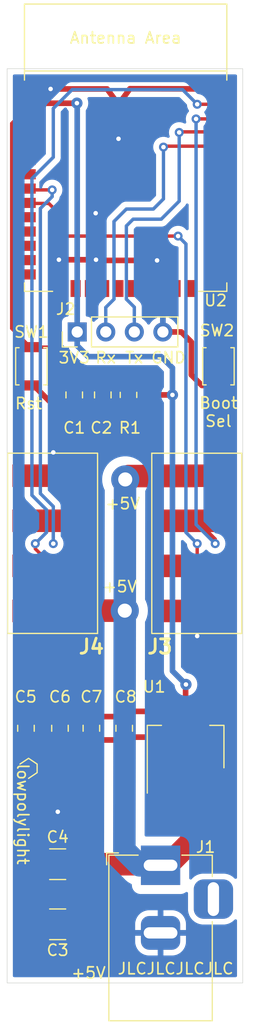
<source format=kicad_pcb>
(kicad_pcb (version 20211014) (generator pcbnew)
  (layers (0 "F.Cu" signal "Górna sygnałowa") (31 "B.Cu" signal "Dolna sygnałowa") (34 "B.Paste" user "Dolna pasty") (35 "F.Paste" user "Górna pasty") (36 "B.SilkS" user "Dolna opisowa") (37 "F.SilkS" user "Górna opisowa") (38 "B.Mask" user "Dolna sodermaski") (39 "F.Mask" user "Górna soldermaski") (44 "Edge.Cuts" user "Krawędziowa"))
  (net 0 "")
  (net 1 "GND")
  (net 2 "+3V3")
  (net 3 "+5V")
  (net 4 "/RST")
  (net 5 "TOUCH_L")
  (net 6 "TOUCH_R")
  (net 7 "/Rx")
  (net 8 "/Tx")
  (net 9 "LED_R")
  (net 10 "LED_L")
  (net 11 "Net-(SW2-Pad2)")
  (footprint "Resistor_SMD:R_0805_2012Metric_Pad1.20x1.40mm_HandSolder" (layer "F.Cu") (at 148.59 72.898 90)
    (fp_text reference "R1" (at -2.921 0.127 180) (layer "F.SilkS"))
    (fp_text value "10k" hide)
    (fp_line (start -0.227064 0.735) (end 0.227064 0.735) (layer "F.SilkS") (width 0.12))
    (fp_line (start -0.227064 -0.735) (end 0.227064 -0.735) (layer "F.SilkS") (width 0.12))
    (pad "1" smd roundrect (at -1 0 90) (size 1.2 1.4) (layers "F.Cu" "F.Paste" "F.Mask") (roundrect_rratio 0.2083333333) (net 2 "+3V3"))
    (pad "2" smd roundrect (at 1 0 90) (size 1.2 1.4) (layers "F.Cu" "F.Paste" "F.Mask") (roundrect_rratio 0.2083333333) (net 4 "/RST"))
  )
  (footprint "Button_Switch_SMD:SW_SPST_B3U-1000P" (layer "F.Cu") (at 139.954 70.358 90)
    (fp_text reference "SW1" (at 3.048 0 180) (layer "F.SilkS"))
    (fp_text value "Reset" hide)
    (fp_line (start 1.65 1.4) (end 1.65 1.1) (layer "F.SilkS") (width 0.12))
    (fp_line (start -1.65 1.4) (end 1.65 1.4) (layer "F.SilkS") (width 0.12))
    (fp_line (start -1.65 1.1) (end -1.65 1.4) (layer "F.SilkS") (width 0.12))
    (fp_line (start -1.65 -1.4) (end 1.65 -1.4) (layer "F.SilkS") (width 0.12))
    (fp_line (start 1.65 -1.4) (end 1.65 -1.1) (layer "F.SilkS") (width 0.12))
    (fp_line (start -1.65 -1.1) (end -1.65 -1.4) (layer "F.SilkS") (width 0.12))
    (pad "1" smd rect (at -1.7 0 90) (size 0.9 1.7) (layers "F.Cu" "F.Paste" "F.Mask") (net 1 "GND"))
    (pad "2" smd rect (at 1.7 0 90) (size 0.9 1.7) (layers "F.Cu" "F.Paste" "F.Mask") (net 4 "/RST"))
  )
  (footprint "Package_TO_SOT_SMD:SOT-223-3_TabPin2" (layer "F.Cu") (at 153.67 104.14 90)
    (fp_text reference "U1" (at 5.334 -2.794) (layer "F.SilkS"))
    (fp_text value "AMS1117-3.3" hide)
    (fp_line (start -1.85 3.41) (end 1.91 3.41) (layer "F.SilkS") (width 0.12))
    (fp_line (start 1.91 3.41) (end 1.91 2.15) (layer "F.SilkS") (width 0.12))
    (fp_line (start 1.91 -3.41) (end 1.91 -2.15) (layer "F.SilkS") (width 0.12))
    (fp_line (start -4.1 -3.41) (end 1.91 -3.41) (layer "F.SilkS") (width 0.12))
    (pad "1" smd rect (at -3.15 -2.3 90) (size 2 1.5) (layers "F.Cu" "F.Paste" "F.Mask") (net 1 "GND"))
    (pad "2" smd rect (at 3.15 0 90) (size 2 3.8) (layers "F.Cu" "F.Paste" "F.Mask") (net 2 "+3V3"))
    (pad "2" smd rect (at -3.15 0 90) (size 2 1.5) (layers "F.Cu" "F.Paste" "F.Mask") (net 2 "+3V3"))
    (pad "3" smd rect (at -3.15 2.3 90) (size 2 1.5) (layers "F.Cu" "F.Paste" "F.Mask") (net 3 "+5V"))
  )
  (footprint "Espressif:ESP32-WROOM-32E" (layer "F.Cu") (at 148.336 52.705)
    (fp_text reference "U2" (at 8.001 11.811) (layer "F.SilkS"))
    (fp_text value "ESP32-WROOM-32E")
    (fp_text user "Antenna Area" (at 0 -11.5) (layer "F.SilkS"))
    (fp_line (start 9 11) (end 8.25 11) (layer "F.SilkS") (width 0.12))
    (fp_line (start -8.25 11) (end -6.5 11) (layer "F.SilkS") (width 0.12))
    (fp_line (start -9 -14.5) (end 9 -14.5) (layer "F.SilkS") (width 0.12))
    (fp_line (start 8.25 11) (end 6.5 11) (layer "F.SilkS") (width 0.12))
    (fp_line (start -9 10.25) (end -9 11) (layer "F.SilkS") (width 0.12))
    (fp_line (start 9 -14.5) (end 9 -7.75) (layer "F.SilkS") (width 0.12))
    (fp_line (start 9 -8.56) (end -9 -8.56) (layer "F.SilkS") (width 0.12))
    (fp_line (start -9 11) (end -8.25 11) (layer "F.SilkS") (width 0.12))
    (fp_line (start -9 -14.5) (end -9 -7.75) (layer "F.SilkS") (width 0.12))
    (fp_line (start 9 10.25) (end 9 11) (layer "F.SilkS") (width 0.12))
    (pad "1" smd rect (at -8.75 -7.01) (size 1.5 0.9) (layers "F.Cu" "F.Paste" "F.Mask") (net 1 "GND"))
    (pad "2" smd rect (at -8.75 -5.74) (size 1.5 0.9) (layers "F.Cu" "F.Paste" "F.Mask") (net 2 "+3V3"))
    (pad "3" smd rect (at -8.75 -4.47) (size 1.5 0.9) (layers "F.Cu" "F.Paste" "F.Mask") (net 4 "/RST"))
    (pad "4" smd rect (at -8.75 -3.2) (size 1.5 0.9) (layers "F.Cu" "F.Paste" "F.Mask"))
    (pad "5" smd rect (at -8.75 -1.93) (size 1.5 0.9) (layers "F.Cu" "F.Paste" "F.Mask"))
    (pad "6" smd rect (at -8.75 -0.66) (size 1.5 0.9) (layers "F.Cu" "F.Paste" "F.Mask"))
    (pad "7" smd rect (at -8.75 0.61) (size 1.5 0.9) (layers "F.Cu" "F.Paste" "F.Mask"))
    (pad "8" smd rect (at -8.75 1.88) (size 1.5 0.9) (layers "F.Cu" "F.Paste" "F.Mask") (net 5 "TOUCH_L"))
    (pad "9" smd rect (at -8.75 3.15) (size 1.5 0.9) (layers "F.Cu" "F.Paste" "F.Mask") (net 6 "TOUCH_R"))
    (pad "10" smd rect (at -8.75 4.42) (size 1.5 0.9) (layers "F.Cu" "F.Paste" "F.Mask"))
    (pad "11" smd rect (at -8.75 5.69) (size 1.5 0.9) (layers "F.Cu" "F.Paste" "F.Mask"))
    (pad "12" smd rect (at -8.75 6.96) (size 1.5 0.9) (layers "F.Cu" "F.Paste" "F.Mask"))
    (pad "13" smd rect (at -8.75 8.23) (size 1.5 0.9) (layers "F.Cu" "F.Paste" "F.Mask"))
    (pad "14" smd rect (at -8.75 9.5) (size 1.5 0.9) (layers "F.Cu" "F.Paste" "F.Mask"))
    (pad "15" smd rect (at -5.72 10.75 90) (size 1.5 0.9) (layers "F.Cu" "F.Paste" "F.Mask") (net 1 "GND"))
    (pad "16" smd rect (at -4.45 10.75 90) (size 1.5 0.9) (layers "F.Cu" "F.Paste" "F.Mask"))
    (pad "17" smd rect (at -3.18 10.75 90) (size 1.5 0.9) (layers "F.Cu" "F.Paste" "F.Mask"))
    (pad "18" smd rect (at -1.91 10.75 90) (size 1.5 0.9) (layers "F.Cu" "F.Paste" "F.Mask"))
    (pad "19" smd rect (at -0.64 10.75 90) (size 1.5 0.9) (layers "F.Cu" "F.Paste" "F.Mask"))
    (pad "20" smd rect (at 0.63 10.75 90) (size 1.5 0.9) (layers "F.Cu" "F.Paste" "F.Mask"))
    (pad "21" smd rect (at 1.9 10.75 90) (size 1.5 0.9) (layers "F.Cu" "F.Paste" "F.Mask"))
    (pad "22" smd rect (at 3.17 10.75 90) (size 1.5 0.9) (layers "F.Cu" "F.Paste" "F.Mask"))
    (pad "23" smd rect (at 4.44 10.75 90) (size 1.5 0.9) (layers "F.Cu" "F.Paste" "F.Mask"))
    (pad "24" smd rect (at 5.71 10.75 90) (size 1.5 0.9) (layers "F.Cu" "F.Paste" "F.Mask"))
    (pad "25" smd rect (at 8.75 9.5 180) (size 1.5 0.9) (layers "F.Cu" "F.Paste" "F.Mask") (net 11 "Net-(SW2-Pad2)"))
    (pad "26" smd rect (at 8.75 8.23 180) (size 1.5 0.9) (layers "F.Cu" "F.Paste" "F.Mask"))
    (pad "27" smd rect (at 8.75 6.96 180) (size 1.5 0.9) (layers "F.Cu" "F.Paste" "F.Mask"))
    (pad "28" smd rect (at 8.75 5.69 180) (size 1.5 0.9) (layers "F.Cu" "F.Paste" "F.Mask"))
    (pad "29" smd rect (at 8.75 4.42 180) (size 1.5 0.9) (layers "F.Cu" "F.Paste" "F.Mask"))
    (pad "30" smd rect (at 8.75 3.15 180) (size 1.5 0.9) (layers "F.Cu" "F.Paste" "F.Mask"))
    (pad "31" smd rect (at 8.75 1.88 180) (size 1.5 0.9) (layers "F.Cu" "F.Paste" "F.Mask"))
    (pad "32" smd rect (at 8.75 0.61 180) (size 1.5 0.9) (layers "F.Cu" "F.Paste" "F.Mask"))
    (pad "33" smd rect (at 8.75 -0.66 180) (size 1.5 0.9) (layers "F.Cu" "F.Paste" "F.Mask"))
    (pad "34" smd rect (at 8.75 -1.93 180) (size 1.5 0.9) (layers "F.Cu" "F.Paste" "F.Mask") (net 7 "/Rx"))
    (pad "35" smd rect (at 8.75 -3.2 180) (size 1.5 0.9) (layers "F.Cu" "F.Paste" "F.Mask") (net 8 "/Tx"))
    (pad "36" smd rect (at 8.75 -4.47 180) (size 1.5 0.9) (layers "F.Cu" "F.Paste" "F.Mask") (net 9 "LED_R"))
    (pad "37" smd rect (at 8.75 -5.74 180) (size 1.5 0.9) (layers "F.Cu" "F.Paste" "F.Mask") (net 10 "LED_L"))
    (pad "38" smd rect (at 8.75 -7.01 180) (size 1.5 0.9) (layers "F.Cu" "F.Paste" "F.Mask") (net 1 "GND"))
    (pad "39" smd rect (at 0.845 0.33 180) (size 1.05 1.05) (layers "F.Cu" "F.Paste" "F.Mask"))
    (pad "39" smd rect (at 0.845 -1.195 180) (size 1.05 1.05) (layers "F.Cu" "F.Paste" "F.Mask"))
    (pad "39" smd rect (at -2.205 0.33 180) (size 1.05 1.05) (layers "F.Cu" "F.Paste" "F.Mask"))
    (pad "39" smd rect (at -2.205 -1.195 180) (size 1.05 1.05) (layers "F.Cu" "F.Paste" "F.Mask"))
    (pad "39" smd rect (at -0.68 -1.195 180) (size 1.05 1.05) (layers "F.Cu" "F.Paste" "F.Mask"))
    (pad "39" smd rect (at 0.845 1.855 180) (size 1.05 1.05) (layers "F.Cu" "F.Paste" "F.Mask"))
    (pad "39" smd rect (at -2.205 1.855 180) (size 1.05 1.05) (layers "F.Cu" "F.Paste" "F.Mask"))
    (pad "39" smd rect (at -0.68 1.855 180) (size 1.05 1.05) (layers "F.Cu" "F.Paste" "F.Mask"))
    (pad "39" smd rect (at -0.68 0.33 180) (size 1.05 1.05) (layers "F.Cu" "F.Paste" "F.Mask"))
  )
  (footprint "Button_Switch_SMD:SW_SPST_B3U-1000P" (layer "F.Cu") (at 156.591 70.358 90)
    (fp_text reference "SW2" (at 3.175 -0.127) (layer "F.SilkS"))
    (fp_text value "Boot Option" hide)
    (fp_line (start 1.65 -1.4) (end 1.65 -1.1) (layer "F.SilkS") (width 0.12))
    (fp_line (start -1.65 1.1) (end -1.65 1.4) (layer "F.SilkS") (width 0.12))
    (fp_line (start -1.65 1.4) (end 1.65 1.4) (layer "F.SilkS") (width 0.12))
    (fp_line (start 1.65 1.4) (end 1.65 1.1) (layer "F.SilkS") (width 0.12))
    (fp_line (start -1.65 -1.1) (end -1.65 -1.4) (layer "F.SilkS") (width 0.12))
    (fp_line (start -1.65 -1.4) (end 1.65 -1.4) (layer "F.SilkS") (width 0.12))
    (pad "1" smd rect (at -1.7 0 90) (size 0.9 1.7) (layers "F.Cu" "F.Paste" "F.Mask") (net 1 "GND"))
    (pad "2" smd rect (at 1.7 0 90) (size 0.9 1.7) (layers "F.Cu" "F.Paste" "F.Mask") (net 11 "Net-(SW2-Pad2)"))
  )
  (footprint "Capacitor_SMD:C_1210_3225Metric_Pad1.33x2.70mm_HandSolder" (layer "F.Cu") (at 142.289 114.554 180)
    (fp_text reference "C4" (at 0 2.413 180) (layer "F.SilkS"))
    (fp_text value "100nF")
    (fp_line (start -0.711252 -1.36) (end 0.711252 -1.36) (layer "F.SilkS") (width 0.12))
    (fp_line (start -0.711252 1.36) (end 0.711252 1.36) (layer "F.SilkS") (width 0.12))
    (pad "1" smd roundrect (at -1.5625 0 180) (size 1.325 2.7) (layers "F.Cu" "F.Paste" "F.Mask") (roundrect_rratio 0.1886792453) (net 3 "+5V"))
    (pad "2" smd roundrect (at 1.5625 0 180) (size 1.325 2.7) (layers "F.Cu" "F.Paste" "F.Mask") (roundrect_rratio 0.1886792453) (net 1 "GND"))
  )
  (footprint "Capacitor_SMD:C_0805_2012Metric_Pad1.18x1.45mm_HandSolder" (layer "F.Cu") (at 142.494 102.489 -90)
    (fp_text reference "C6" (at -2.794 0) (layer "F.SilkS"))
    (fp_text value "100nF" hide)
    (fp_line (start -0.261252 0.735) (end 0.261252 0.735) (layer "F.SilkS") (width 0.12))
    (fp_line (start -0.261252 -0.735) (end 0.261252 -0.735) (layer "F.SilkS") (width 0.12))
    (pad "1" smd roundrect (at -1.0375 0 270) (size 1.175 1.45) (layers "F.Cu" "F.Paste" "F.Mask") (roundrect_rratio 0.2127659574) (net 2 "+3V3"))
    (pad "2" smd roundrect (at 1.0375 0 270) (size 1.175 1.45) (layers "F.Cu" "F.Paste" "F.Mask") (roundrect_rratio 0.2127659574) (net 1 "GND"))
  )
  (footprint "TE-Connectivity:119542892" (layer "F.Cu") (at 157.561 86.074)
    (fp_text reference "J3" (at -6.177 9.176) (layer "F.SilkS") (effects (font (size 1.27 1.27) (thickness 0.254))))
    (fp_text value "Right Panel" hide)
    (fp_rect (start -6.9 -8) (end 1.1 8) (layer "F.SilkS") (width 0.12) (fill none))
    (pad "1" smd rect (at -2.875 -6 90) (size 2 7.1) (layers "F.Cu" "F.Paste" "F.Mask") (net 3 "+5V"))
    (pad "2" smd rect (at -2.875 -2 90) (size 2 7.1) (layers "F.Cu" "F.Paste" "F.Mask") (net 9 "LED_R"))
    (pad "3" smd rect (at -2.875 2 90) (size 2 7.1) (layers "F.Cu" "F.Paste" "F.Mask") (net 6 "TOUCH_R"))
    (pad "4" smd rect (at -2.875 6 90) (size 2 7.1) (layers "F.Cu" "F.Paste" "F.Mask") (net 1 "GND"))
  )
  (footprint "TE-Connectivity:119542892" (layer "F.Cu") (at 138.938 86.07 180)
    (fp_text reference "J4" (at -6.35 -9.18) (layer "F.SilkS") (effects (font (size 1.27 1.27) (thickness 0.254))))
    (fp_text value "Left Panel" hide)
    (fp_rect (start -6.9 -8) (end 1.1 8) (layer "F.SilkS") (width 0.12) (fill none))
    (pad "1" smd rect (at -2.875 -6 270) (size 2 7.1) (layers "F.Cu" "F.Paste" "F.Mask") (net 3 "+5V"))
    (pad "2" smd rect (at -2.875 -2 270) (size 2 7.1) (layers "F.Cu" "F.Paste" "F.Mask") (net 10 "LED_L"))
    (pad "3" smd rect (at -2.875 2 270) (size 2 7.1) (layers "F.Cu" "F.Paste" "F.Mask") (net 5 "TOUCH_L"))
    (pad "4" smd rect (at -2.875 6 270) (size 2 7.1) (layers "F.Cu" "F.Paste" "F.Mask") (net 1 "GND"))
  )
  (footprint "Capacitor_SMD:C_0805_2012Metric_Pad1.18x1.45mm_HandSolder" (layer "F.Cu") (at 146.304 72.898 90)
    (fp_text reference "C2" (at -2.921 -0.127 180) (layer "F.SilkS"))
    (fp_text value "1uF" hide)
    (fp_line (start -0.261252 0.735) (end 0.261252 0.735) (layer "F.SilkS") (width 0.12))
    (fp_line (start -0.261252 -0.735) (end 0.261252 -0.735) (layer "F.SilkS") (width 0.12))
    (pad "1" smd roundrect (at -1.0375 0 90) (size 1.175 1.45) (layers "F.Cu" "F.Paste" "F.Mask") (roundrect_rratio 0.2127659574) (net 1 "GND"))
    (pad "2" smd roundrect (at 1.0375 0 90) (size 1.175 1.45) (layers "F.Cu" "F.Paste" "F.Mask") (roundrect_rratio 0.2127659574) (net 4 "/RST"))
  )
  (footprint "Capacitor_SMD:C_0805_2012Metric_Pad1.18x1.45mm_HandSolder" (layer "F.Cu") (at 143.764 72.898 90)
    (fp_text reference "C1" (at -2.921 0) (layer "F.SilkS"))
    (fp_text value "100nF" hide)
    (fp_line (start -0.261252 -0.735) (end 0.261252 -0.735) (layer "F.SilkS") (width 0.12))
    (fp_line (start -0.261252 0.735) (end 0.261252 0.735) (layer "F.SilkS") (width 0.12))
    (pad "1" smd roundrect (at -1.0375 0 90) (size 1.175 1.45) (layers "F.Cu" "F.Paste" "F.Mask") (roundrect_rratio 0.2127659574) (net 1 "GND"))
    (pad "2" smd roundrect (at 1.0375 0 90) (size 1.175 1.45) (layers "F.Cu" "F.Paste" "F.Mask") (roundrect_rratio 0.2127659574) (net 4 "/RST"))
  )
  (footprint "Capacitor_SMD:C_0805_2012Metric_Pad1.18x1.45mm_HandSolder" (layer "F.Cu") (at 139.47 102.489 90)
    (fp_text reference "C5" (at 2.794 -0.024 180) (layer "F.SilkS"))
    (fp_text value "100nF" hide)
    (fp_line (start -0.261252 0.735) (end 0.261252 0.735) (layer "F.SilkS") (width 0.12))
    (fp_line (start -0.261252 -0.735) (end 0.261252 -0.735) (layer "F.SilkS") (width 0.12))
    (pad "1" smd roundrect (at -1.0375 0 90) (size 1.175 1.45) (layers "F.Cu" "F.Paste" "F.Mask") (roundrect_rratio 0.2127659574) (net 1 "GND"))
    (pad "2" smd roundrect (at 1.0375 0 90) (size 1.175 1.45) (layers "F.Cu" "F.Paste" "F.Mask") (roundrect_rratio 0.2127659574) (net 2 "+3V3"))
  )
  (footprint "Capacitor_SMD:C_1210_3225Metric_Pad1.33x2.70mm_HandSolder" (layer "F.Cu") (at 142.289 119.888 180)
    (fp_text reference "C3" (at 0 -2.3 180) (layer "F.SilkS"))
    (fp_text value "22uF")
    (fp_line (start -0.711252 -1.36) (end 0.711252 -1.36) (layer "F.SilkS") (width 0.12))
    (fp_line (start -0.711252 1.36) (end 0.711252 1.36) (layer "F.SilkS") (width 0.12))
    (pad "1" smd roundrect (at -1.5625 0 180) (size 1.325 2.7) (layers "F.Cu" "F.Paste" "F.Mask") (roundrect_rratio 0.1886792453) (net 3 "+5V"))
    (pad "2" smd roundrect (at 1.5625 0 180) (size 1.325 2.7) (layers "F.Cu" "F.Paste" "F.Mask") (roundrect_rratio 0.1886792453) (net 1 "GND"))
  )
  (footprint "Connector_PinHeader_2.54mm:PinHeader_1x04_P2.54mm_Vertical" (layer "F.Cu") (at 144.028 67.31 90)
    (fp_text reference "J2" (at 2.032 -1.026 180) (layer "F.SilkS"))
    (fp_text value "Serial" hide)
    (fp_line (start -1.33 1.27) (end 1.33 1.27) (layer "F.SilkS") (width 0.12))
    (fp_line (start -1.33 0) (end -1.33 -1.33) (layer "F.SilkS") (width 0.12))
    (fp_line (start 1.33 1.27) (end 1.33 8.95) (layer "F.SilkS") (width 0.12))
    (fp_line (start -1.33 1.27) (end -1.33 8.95) (layer "F.SilkS") (width 0.12))
    (fp_line (start -1.33 8.95) (end 1.33 8.95) (layer "F.SilkS") (width 0.12))
    (fp_line (start -1.33 -1.33) (end 0 -1.33) (layer "F.SilkS") (width 0.12))
    (pad "1" thru_hole rect (at 0 0 90) (size 1.7 1.7) (drill 1) (layers *.Cu *.Mask) (net 2 "+3V3"))
    (pad "2" thru_hole oval (at 0 2.54 90) (size 1.7 1.7) (drill 1) (layers *.Cu *.Mask) (net 7 "/Rx"))
    (pad "3" thru_hole oval (at 0 5.08 90) (size 1.7 1.7) (drill 1) (layers *.Cu *.Mask) (net 8 "/Tx"))
    (pad "4" thru_hole oval (at 0 7.62 90) (size 1.7 1.7) (drill 1) (layers *.Cu *.Mask) (net 1 "GND"))
  )
  (footprint "Connector_BarrelJack:BarrelJack_Horizontal" (layer "F.Cu") (at 151.4425 114.65 90)
    (fp_text reference "J1" (at 1.62 4.0055 180) (layer "F.SilkS"))
    (fp_text value "Conn_Coaxial_Power" hide)
    (fp_line (start 0.9 4.6) (end -1 4.6) (layer "F.SilkS") (width 0.12))
    (fp_line (start 0.9 -4.6) (end 0.9 -2) (layer "F.SilkS") (width 0.12))
    (fp_line (start -5 4.6) (end -13.8 4.6) (layer "F.SilkS") (width 0.12))
    (fp_line (start 1.1 -3.75) (end 1.1 -4.8) (layer "F.SilkS") (width 0.12))
    (fp_line (start 0.05 -4.8) (end 1.1 -4.8) (layer "F.SilkS") (width 0.12))
    (fp_line (start 0.9 1.9) (end 0.9 4.6) (layer "F.SilkS") (width 0.12))
    (fp_line (start -13.8 -4.6) (end 0.9 -4.6) (layer "F.SilkS") (width 0.12))
    (fp_line (start -13.8 4.6) (end -13.8 -4.6) (layer "F.SilkS") (width 0.12))
    (pad "1" thru_hole rect (at 0 0 90) (size 3.5 3.5) (drill oval 1 3) (layers *.Cu *.Mask) (net 3 "+5V"))
    (pad "2" thru_hole roundrect (at -6 0 90) (size 3 3.5) (drill oval 1 3) (layers *.Cu *.Mask) (net 1 "GND"))
    (pad "3" thru_hole roundrect (at -3 4.7 90) (size 3.5 3.5) (drill oval 3 1) (layers *.Cu *.Mask))
  )
  (footprint "Capacitor_SMD:C_0805_2012Metric_Pad1.18x1.45mm_HandSolder" (layer "F.Cu") (at 148.209 102.489 -90)
    (fp_text reference "C8" (at -2.794 -0.127) (layer "F.SilkS"))
    (fp_text value "22uF" hide)
    (fp_line (start -0.261252 -0.735) (end 0.261252 -0.735) (layer "F.SilkS") (width 0.12))
    (fp_line (start -0.261252 0.735) (end 0.261252 0.735) (layer "F.SilkS") (width 0.12))
    (pad "1" smd roundrect (at -1.0375 0 270) (size 1.175 1.45) (layers "F.Cu" "F.Paste" "F.Mask") (roundrect_rratio 0.2127659574) (net 2 "+3V3"))
    (pad "2" smd roundrect (at 1.0375 0 270) (size 1.175 1.45) (layers "F.Cu" "F.Paste" "F.Mask") (roundrect_rratio 0.2127659574) (net 1 "GND"))
  )
  (footprint "Capacitor_SMD:C_0805_2012Metric_Pad1.18x1.45mm_HandSolder" (layer "F.Cu") (at 145.288 102.487 90)
    (fp_text reference "C7" (at 2.792 0 180) (layer "F.SilkS"))
    (fp_text value "22uF" hide)
    (fp_line (start -0.261252 0.735) (end 0.261252 0.735) (layer "F.SilkS") (width 0.12))
    (fp_line (start -0.261252 -0.735) (end 0.261252 -0.735) (layer "F.SilkS") (width 0.12))
    (pad "1" smd roundrect (at -1.0375 0 90) (size 1.175 1.45) (layers "F.Cu" "F.Paste" "F.Mask") (roundrect_rratio 0.2127659574) (net 1 "GND"))
    (pad "2" smd roundrect (at 1.0375 0 90) (size 1.175 1.45) (layers "F.Cu" "F.Paste" "F.Mask") (roundrect_rratio 0.2127659574) (net 2 "+3V3"))
  )
  (gr_line (start 139.7 105.156) (end 140.462 105.664) (layer "F.SilkS") (width 0.12))
  (gr_line (start 140.462 106.426) (end 139.7 106.934) (layer "F.SilkS") (width 0.12))
  (gr_line (start 138.938 105.664) (end 139.7 105.156) (layer "F.SilkS") (width 0.12))
  (gr_line (start 140.462 105.664) (end 140.462 106.426) (layer "F.SilkS") (width 0.12))
  (gr_rect (start 137.795 43.942) (end 158.75 125.095) (layer "Edge.Cuts") (width 0.05) (fill none))
  (gr_text "3V3" (at 143.764 69.596) (layer "F.SilkS") (effects (font (size 1 1))))
  (gr_text "JLCJLCJLCJLC" (at 152.781 123.825) (layer "F.SilkS") (effects (font (size 1 1))))
  (gr_text "+5V" (at 145.034 124.206) (layer "F.SilkS") (effects (font (size 1 1))))
  (gr_text "Boot\nSel" (at 156.591 74.422) (layer "F.SilkS") (effects (font (size 1 1))))
  (gr_text "GND" (at 152.146 69.596) (layer "F.SilkS") (effects (font (size 1 1))))
  (gr_text "Rx" (at 146.558 69.596) (layer "F.SilkS") (effects (font (size 1 1))))
  (gr_text "Rst" (at 139.7 73.66) (layer "F.SilkS") (effects (font (size 1 1))))
  (gr_text "lowpolylight\n" (at 139.192 110.109 270) (layer "F.SilkS") (effects (font (size 1 1))))
  (gr_text "+5V" (at 147.828 89.916) (layer "F.SilkS") (effects (font (size 1 1))))
  (gr_text "+5V" (at 148.082 82.55) (layer "F.SilkS") (effects (font (size 1 1))))
  (gr_text "Tx" (at 149.098 69.596) (layer "F.SilkS") (effects (font (size 1 1))))
  (segment (start 146.131 51.613) (end 146.131 53.138) (width 0.3) (layer "F.Cu") (net 0))
  (segment (start 147.656 53.138) (end 146.131 53.138) (width 0.3) (layer "F.Cu") (net 0))
  (segment (start 147.656 54.663) (end 147.656 53.138) (width 0.3) (layer "F.Cu") (net 0))
  (segment (start 147.656 51.613) (end 146.131 51.613) (width 0.3) (layer "F.Cu") (net 0))
  (segment (start 147.656 51.613) (end 147.656 51.226) (width 0.3) (layer "F.Cu") (net 0))
  (segment (start 149.181 53.138) (end 149.181 51.613) (width 0.3) (layer "F.Cu") (net 0))
  (segment (start 149.181 51.613) (end 147.656 51.613) (width 0.3) (layer "F.Cu") (net 0))
  (segment (start 147.656 54.663) (end 149.181 54.663) (width 0.3) (layer "F.Cu") (net 0))
  (segment (start 149.181 54.663) (end 149.181 53.138) (width 0.3) (layer "F.Cu") (net 0))
  (segment (start 147.656 51.226) (end 147.701 51.181) (width 0.3) (layer "F.Cu") (net 0))
  (segment (start 147.656 53.138) (end 149.181 53.138) (width 0.3) (layer "F.Cu") (net 0))
  (segment (start 146.131 54.663) (end 147.656 54.663) (width 0.3) (layer "F.Cu") (net 0))
  (segment (start 146.131 53.138) (end 146.131 54.663) (width 0.3) (layer "F.Cu") (net 0))
  (segment (start 154.178 68.199) (end 153.289 67.31) (width 0.5) (layer "F.Cu") (net 1))
  (segment (start 142.3 109.9) (end 140.925 109.9) (width 0.5) (layer "F.Cu") (net 1))
  (segment (start 154.7 92.088) (end 154.686 92.074) (width 0.5) (layer "F.Cu") (net 1))
  (segment (start 155.116 72.058) (end 154.178 71.12) (width 0.5) (layer "F.Cu") (net 1))
  (segment (start 140.814 104.8705) (end 139.47 103.5265) (width 0.5) (layer "F.Cu") (net 1))
  (segment (start 142.4 60.9) (end 142.4 63.315) (width 0.5) (layer "F.Cu") (net 1))
  (segment (start 139.47 103.5265) (end 148.209 103.5265) (width 0.5) (layer "F.Cu") (net 1))
  (segment (start 140.814 110.714) (end 140.814 110.011) (width 0.5) (layer "F.Cu") (net 1))
  (segment (start 151.37 104.126) (end 150.519 103.275) (width 0.5) (layer "F.Cu") (net 1))
  (segment (start 148.716128 45.720872) (end 147.701 47.117) (width 0.5) (layer "F.Cu") (net 1))
  (segment (start 154.7 94.3) (end 154.7 92.088) (width 0.5) (layer "F.Cu") (net 1))
  (segment (start 141.9 79.983) (end 141.813 80.07) (width 0.5) (layer "F.Cu") (net 1))
  (segment (start 141.9 78) (end 141.9 73.8) (width 0.5) (layer "F.Cu") (net 1))
  (segment (start 145.76 60.96) (end 145.7 60.9) (width 0.5) (layer "F.Cu") (net 1))
  (segment (start 140.814 114.554) (end 140.814 110.714) (width 0.5) (layer "F.Cu") (net 1))
  (segment (start 142.0355 73.9355) (end 141.9 73.8) (width 0.5) (layer "F.Cu") (net 1))
  (segment (start 153.289 67.31) (end 151.648 67.31) (width 0.5) (layer "F.Cu") (net 1))
  (segment (start 156.591 72.058) (end 155.116 72.058) (width 0.5) (layer "F.Cu") (net 1))
  (segment (start 154.178 71.12) (end 154.178 68.199) (width 0.5) (layer "F.Cu") (net 1))
  (segment (start 147.701 47.117) (end 146.685 45.74) (width 0.5) (layer "F.Cu") (net 1))
  (segment (start 145.165 103.275) (end 145.152 103.262) (width 0.5) (layer "F.Cu") (net 1))
  (segment (start 146.685 45.74) (end 141.66 45.74) (width 0.5) (layer "F.Cu") (net 1))
  (segment (start 151.13 60.96) (end 145.76 60.96) (width 0.5) (layer "F.Cu") (net 1))
  (segment (start 150.519 103.275) (end 148.2 103.275) (width 0.5) (layer "F.Cu") (net 1))
  (segment (start 142.4 60.9) (end 145.7 60.9) (width 0.5) (layer "F.Cu") (net 1))
  (segment (start 141.9 78) (end 141.9 79.983) (width 0.5) (layer "F.Cu") (net 1))
  (segment (start 141.66 45.74) (end 139.55 45.74) (width 0.5) (layer "F.Cu") (net 1))
  (segment (start 143.764 73.9355) (end 142.0355 73.9355) (width 0.5) (layer "F.Cu") (net 1))
  (segment (start 147.701 50.165) (end 147.701 46.99) (width 0.5) (layer "F.Cu") (net 1))
  (segment (start 151.37 107.29) (end 151.37 104.126) (width 0.5) (layer "F.Cu") (net 1))
  (segment (start 142.4 63.315) (end 142.585 63.5) (width 0.5) (layer "F.Cu") (net 1))
  (segment (start 140.814 110.011) (end 140.814 104.8705) (width 0.5) (layer "F.Cu") (net 1))
  (segment (start 140.925 109.9) (end 140.814 110.011) (width 0.5) (layer "F.Cu") (net 1))
  (segment (start 157.05 45.74) (end 148.716128 45.720872) (width 0.5) (layer "F.Cu") (net 1))
  (segment (start 146.304 73.9355) (end 143.764 73.9355) (width 0.5) (layer "F.Cu") (net 1))
  (segment (start 141.9 73.8) (end 140.2 72.1) (width 0.5) (layer "F.Cu") (net 1))
  (segment (start 140.814 119.888) (end 140.814 114.554) (width 0.5) (layer "F.Cu") (net 1))
  (segment (start 140.2 72.1) (end 139.9 72.1) (width 0.5) (layer "F.Cu") (net 1))
  (via (at 151.13 60.96) (size 1) (drill 0.4) (layers "F.Cu" "B.Cu") (net 1))
  (via (at 142.4 60.9) (size 1) (drill 0.4) (layers "F.Cu" "B.Cu") (net 1))
  (via (at 145.7 60.9) (size 1) (drill 0.4) (layers "F.Cu" "B.Cu") (net 1))
  (via (at 142.3 109.9) (size 1) (drill 0.4) (layers "F.Cu" "B.Cu") (net 1))
  (via (at 154.7 94.3) (size 1) (drill 0.4) (layers "F.Cu" "B.Cu") (net 1))
  (via (at 147.701 50.165) (size 1) (drill 0.4) (layers "F.Cu" "B.Cu") (net 1))
  (via (at 145.669 56.769) (size 1) (drill 0.4) (layers "F.Cu" "B.Cu") (net 1))
  (via (at 141.66 45.74) (size 1) (drill 0.4) (layers "F.Cu" "B.Cu") (net 1))
  (via (at 141.9 78) (size 1) (drill 0.4) (layers "F.Cu" "B.Cu") (net 1))
  (segment (start 153.67 100.99) (end 153.67 98.63) (width 0.5) (layer "F.Cu") (net 2))
  (segment (start 148.209 101.4515) (end 139.47 101.4515) (width 0.5) (layer "F.Cu") (net 2))
  (segment (start 139.55 47.01) (end 143.99 47.01) (width 0.5) (layer "F.Cu") (net 2))
  (segment (start 148.59 73.898) (end 150.003 73.898) (width 0.5) (layer "F.Cu") (net 2))
  (segment (start 150.003 73.898) (end 151.003 72.898) (width 0.5) (layer "F.Cu") (net 2))
  (segment (start 145.165 101.725) (end 145.152 101.712) (width 0.5) (layer "F.Cu") (net 2))
  (segment (start 153.67 98.63) (end 153.7 98.6) (width 0.5) (layer "F.Cu") (net 2))
  (segment (start 151.003 72.898) (end 152.498 72.898) (width 0.5) (layer "F.Cu") (net 2))
  (segment (start 148.935 100.99) (end 148.2 101.725) (width 0.5) (layer "F.Cu") (net 2))
  (segment (start 153.67 100.99) (end 148.935 100.99) (width 0.5) (layer "F.Cu") (net 2))
  (segment (start 153.67 107.29) (end 153.67 100.99) (width 0.5) (layer "F.Cu") (net 2))
  (segment (start 143.99 47.01) (end 144 47) (width 0.5) (layer "F.Cu") (net 2))
  (segment (start 152.498 72.898) (end 152.5 72.9) (width 0.5) (layer "F.Cu") (net 2))
  (via (at 153.7 98.6) (size 1) (drill 0.4) (layers "F.Cu" "B.Cu") (net 2))
  (via (at 152.5 72.9) (size 1) (drill 0.4) (layers "F.Cu" "B.Cu") (net 2))
  (via (at 144 47) (size 1) (drill 0.4) (layers "F.Cu" "B.Cu") (net 2))
  (segment (start 152.5 97.4) (end 152.5 71.8) (width 0.5) (layer "B.Cu") (net 2))
  (segment (start 144.028 67.31) (end 144.028 47.028) (width 0.5) (layer "B.Cu") (net 2))
  (segment (start 145 69.5) (end 144.028 68.528) (width 0.5) (layer "B.Cu") (net 2))
  (segment (start 144.028 68.528) (end 144.028 67.31) (width 0.5) (layer "B.Cu") (net 2))
  (segment (start 152.5 70.5) (end 151.5 69.5) (width 0.5) (layer "B.Cu") (net 2))
  (segment (start 151.5 69.5) (end 145 69.5) (width 0.5) (layer "B.Cu") (net 2))
  (segment (start 144.028 47.028) (end 144 47) (width 0.5) (layer "B.Cu") (net 2))
  (segment (start 152.5 71.8) (end 152.5 70.5) (width 0.5) (layer "B.Cu") (net 2))
  (segment (start 153.7 98.6) (end 152.5 97.4) (width 0.5) (layer "B.Cu") (net 2))
  (segment (start 148.3 80.4) (end 148.6 80.1) (width 2) (layer "F.Cu") (net 3))
  (segment (start 143.8515 114.554) (end 151.3465 114.554) (width 2) (layer "F.Cu") (net 3))
  (segment (start 143.8515 114.554) (end 143.8515 119.888) (width 2) (layer "F.Cu") (net 3))
  (segment (start 151.4425 114.65) (end 152.059022 114.65) (width 2) (layer "F.Cu") (net 3))
  (segment (start 141.834114 92.048886) (end 141.813 92.07) (width 2) (layer "F.Cu") (net 3))
  (segment (start 148.6 80.1) (end 154.385 80.1) (width 2) (layer "F.Cu") (net 3))
  (segment (start 156.419511 110.289511) (end 156.419511 107.29) (width 2) (layer "F.Cu") (net 3))
  (segment (start 151.3465 114.554) (end 151.4425 114.65) (width 2) (layer "F.Cu") (net 3))
  (segment (start 143.86 114.65) (end 143.764 114.554) (width 2) (layer "F.Cu") (net 3))
  (segment (start 152.059022 114.65) (end 156.419511 110.289511) (width 2) (layer "F.Cu") (net 3))
  (segment (start 148.258886 92.048886) (end 141.834114 92.048886) (width 2) (layer "F.Cu") (net 3))
  (via (at 148.258886 92.048886) (size 2.5) (drill 1.25) (layers "F.Cu" "B.Cu") (net 3))
  (via (at 148.3 80.4) (size 2.5) (drill 1.25) (layers "F.Cu" "B.Cu") (net 3))
  (segment (start 148.258886 92.048886) (end 148.28 80.51) (width 2) (layer "B.Cu") (net 3))
  (segment (start 151.4425 114.65) (end 149.57 114.65) (width 2) (layer "B.Cu") (net 3))
  (segment (start 149.57 114.65) (end 148.22 113.3) (width 2) (layer "B.Cu") (net 3))
  (segment (start 148.22 113.3) (end 148.258886 92.048886) (width 2) (layer "B.Cu") (net 3))
  (segment (start 142.7265 71.8605) (end 142.113 71.247) (width 0.3) (layer "F.Cu") (net 4))
  (segment (start 138.2 48.800978) (end 138.720978 48.28) (width 0.3) (layer "F.Cu") (net 4))
  (segment (start 142.113 71.247) (end 142.113 69.088) (width 0.3) (layer "F.Cu") (net 4))
  (segment (start 141.683 68.658) (end 139.954 68.658) (width 0.3) (layer "F.Cu") (net 4))
  (segment (start 143.8015 71.898) (end 143.764 71.8605) (width 0.3) (layer "F.Cu") (net 4))
  (segment (start 139.9 68.7) (end 138.2 67) (width 0.3) (layer "F.Cu") (net 4))
  (segment (start 138.2 67) (end 138.2 48.800978) (width 0.3) (layer "F.Cu") (net 4))
  (segment (start 143.764 71.8605) (end 142.7265 71.8605) (width 0.3) (layer "F.Cu") (net 4))
  (segment (start 148.59 71.898) (end 143.8015 71.898) (width 0.3) (layer "F.Cu") (net 4))
  (segment (start 138.720978 48.28) (end 139.55 48.28) (width 0.3) (layer "F.Cu") (net 4))
  (segment (start 142.113 69.088) (end 141.683 68.658) (width 0.3) (layer "F.Cu") (net 4))
  (segment (start 141.8 54.7) (end 139.62 54.7) (width 0.3) (layer "F.Cu") (net 5))
  (segment (start 141.9 84.157) (end 141.813 84.07) (width 0.3) (layer "F.Cu") (net 5))
  (segment (start 139.62 54.7) (end 139.55 54.63) (width 0.3) (layer "F.Cu") (net 5))
  (segment (start 141.9 86.1) (end 141.9 84.157) (width 0.3) (layer "F.Cu") (net 5))
  (via (at 141.8 54.7) (size 0.8) (drill 0.4) (layers "F.Cu" "B.Cu") (net 5))
  (via (at 141.9 86.1) (size 0.8) (drill 0.4) (layers "F.Cu" "B.Cu") (net 5))
  (segment (start 141.9 86.1) (end 141.9 82.8) (width 0.3) (layer "B.Cu") (net 5))
  (segment (start 140.750489 81.650489) (end 140.750489 56.349511) (width 0.3) (layer "B.Cu") (net 5))
  (segment (start 140.750489 56.349511) (end 141.8 55.3) (width 0.3) (layer "B.Cu") (net 5))
  (segment (start 141.8 55.3) (end 141.8 54.7) (width 0.3) (layer "B.Cu") (net 5))
  (segment (start 141.9 82.8) (end 140.750489 81.650489) (width 0.3) (layer "B.Cu") (net 5))
  (segment (start 142.1 56.5) (end 141.5 55.9) (width 0.3) (layer "F.Cu") (net 6))
  (segment (start 141.5 55.9) (end 139.55 55.9) (width 0.3) (layer "F.Cu") (net 6))
  (segment (start 154.7 86.1) (end 154.7 88.06) (width 0.3) (layer "F.Cu") (net 6))
  (segment (start 153 58.8) (end 143 58.8) (width 0.3) (layer "F.Cu") (net 6))
  (segment (start 154.7 88.06) (end 154.686 88.074) (width 0.3) (layer "F.Cu") (net 6))
  (segment (start 143 58.8) (end 142.1 57.9) (width 0.3) (layer "F.Cu") (net 6))
  (segment (start 142.1 57.9) (end 142.1 56.5) (width 0.3) (layer "F.Cu") (net 6))
  (via (at 153 58.8) (size 0.8) (drill 0.4) (layers "F.Cu" "B.Cu") (net 6))
  (via (at 154.7 86.1) (size 0.8) (drill 0.4) (layers "F.Cu" "B.Cu") (net 6))
  (segment (start 153.7 85.1) (end 153.7 59.5) (width 0.3) (layer "B.Cu") (net 6))
  (segment (start 154.7 86.1) (end 153.7 85.1) (width 0.3) (layer "B.Cu") (net 6))
  (segment (start 153.7 59.5) (end 153 58.8) (width 0.3) (layer "B.Cu") (net 6))
  (segment (start 151.7 50.9) (end 151.78 50.82) (width 0.3) (layer "F.Cu") (net 7))
  (segment (start 151.78 50.82) (end 157.05 50.82) (width 0.3) (layer "F.Cu") (net 7))
  (via (at 151.7 50.9) (size 0.8) (drill 0.4) (layers "F.Cu" "B.Cu") (net 7))
  (segment (start 146.568 65.132) (end 147.3 64.4) (width 0.3) (layer "B.Cu") (net 7))
  (segment (start 150.8 56.4) (end 151.7 55.5) (width 0.3) (layer "B.Cu") (net 7))
  (segment (start 148.4 56.4) (end 150.8 56.4) (width 0.3) (layer "B.Cu") (net 7))
  (segment (start 151.7 55.5) (end 151.7 50.9) (width 0.3) (layer "B.Cu") (net 7))
  (segment (start 147.3 57.5) (end 148.4 56.4) (width 0.3) (layer "B.Cu") (net 7))
  (segment (start 147.3 64.4) (end 147.3 57.5) (width 0.3) (layer "B.Cu") (net 7))
  (segment (start 146.568 67.31) (end 146.568 65.132) (width 0.3) (layer "B.Cu") (net 7))
  (segment (start 153.1 49.6) (end 153.15 49.55) (width 0.3) (layer "F.Cu") (net 8))
  (segment (start 153.15 49.55) (end 157.05 49.55) (width 0.3) (layer "F.Cu") (net 8))
  (via (at 153.1 49.6) (size 0.8) (drill 0.4) (layers "F.Cu" "B.Cu") (net 8))
  (segment (start 149 57.3) (end 151.5 57.3) (width 0.3) (layer "B.Cu") (net 8))
  (segment (start 149.108 65.108) (end 148.4 64.4) (width 0.3) (layer "B.Cu") (net 8))
  (segment (start 149.108 67.31) (end 149.108 65.108) (width 0.3) (layer "B.Cu") (net 8))
  (segment (start 151.5 57.3) (end 153.1 55.7) (width 0.3) (layer "B.Cu") (net 8))
  (segment (start 148.4 57.9) (end 149 57.3) (width 0.3) (layer "B.Cu") (net 8))
  (segment (start 148.4 64.4) (end 148.4 57.9) (width 0.3) (layer "B.Cu") (net 8))
  (segment (start 153.1 55.7) (end 153.1 49.6) (width 0.3) (layer "B.Cu") (net 8))
  (segment (start 156.3 85.688) (end 154.686 84.074) (width 0.3) (layer "F.Cu") (net 9))
  (segment (start 156.93 48.4) (end 157.05 48.28) (width 0.3) (layer "F.Cu") (net 9))
  (segment (start 156.3 86.1) (end 156.3 85.688) (width 0.3) (layer "F.Cu") (net 9))
  (segment (start 154.6 48.4) (end 156.93 48.4) (width 0.3) (layer "F.Cu") (net 9))
  (via (at 154.6 48.4) (size 0.8) (drill 0.4) (layers "F.Cu" "B.Cu") (net 9))
  (via (at 156.3 86.1) (size 0.8) (drill 0.4) (layers "F.Cu" "B.Cu") (net 9))
  (segment (start 156.3 86.1) (end 154.6 84.4) (width 0.3) (layer "B.Cu") (net 9))
  (segment (start 154.6 84.4) (end 154.6 48.4) (width 0.3) (layer "B.Cu") (net 9))
  (segment (start 140.3 86.1) (end 140.3 86.557) (width 0.3) (layer "F.Cu") (net 10))
  (segment (start 156.96 47.1) (end 157.05 47.01) (width 0.3) (layer "F.Cu") (net 10))
  (segment (start 154.7 47.1) (end 156.96 47.1) (width 0.3) (layer "F.Cu") (net 10))
  (segment (start 140.3 86.557) (end 141.813 88.07) (width 0.3) (layer "F.Cu") (net 10))
  (via (at 140.3 86.1) (size 0.8) (drill 0.4) (layers "F.Cu" "B.Cu") (net 10))
  (via (at 154.7 47.1) (size 0.8) (drill 0.4) (layers "F.Cu" "B.Cu") (net 10))
  (segment (start 141.9 47.474345) (end 143.574345 45.8) (width 0.3) (layer "B.Cu") (net 10))
  (segment (start 143.574345 45.8) (end 153.4 45.8) (width 0.3) (layer "B.Cu") (net 10))
  (segment (start 140.3 86.1) (end 141.30048 85.09952) (width 0.3) (layer "B.Cu") (net 10))
  (segment (start 141.9 51.8) (end 141.9 47.474345) (width 0.3) (layer "B.Cu") (net 10))
  (segment (start 140 53.7) (end 141.9 51.8) (width 0.3) (layer "B.Cu") (net 10))
  (segment (start 153.4 45.8) (end 154.7 47.1) (width 0.3) (layer "B.Cu") (net 10))
  (segment (start 141.30048 85.09952) (end 141.30048 83.1) (width 0.3) (layer "B.Cu") (net 10))
  (segment (start 140 81.79952) (end 140 53.7) (width 0.3) (layer "B.Cu") (net 10))
  (segment (start 141.30048 83.1) (end 140 81.79952) (width 0.3) (layer "B.Cu") (net 10))
  (segment (start 157.05 62.25) (end 157.05 68.199) (width 0.3) (layer "F.Cu") (net 11))
  (segment (start 157.05 68.199) (end 156.591 68.658) (width 0.3) (layer "F.Cu") (net 11))
  (zone (net 1) (net_name "GND") (layer "B.Cu") (connect_pads (clearance 0.508)) (min_thickness 0.254) (fill yes (thermal_gap 0.508) (thermal_bridge_width 0.508))
    (polygon (pts (xy 160.02 125.73) (xy 137.16 125.73) (xy 137.16 43.18) (xy 160.02 43.18)))
  )
)
</source>
